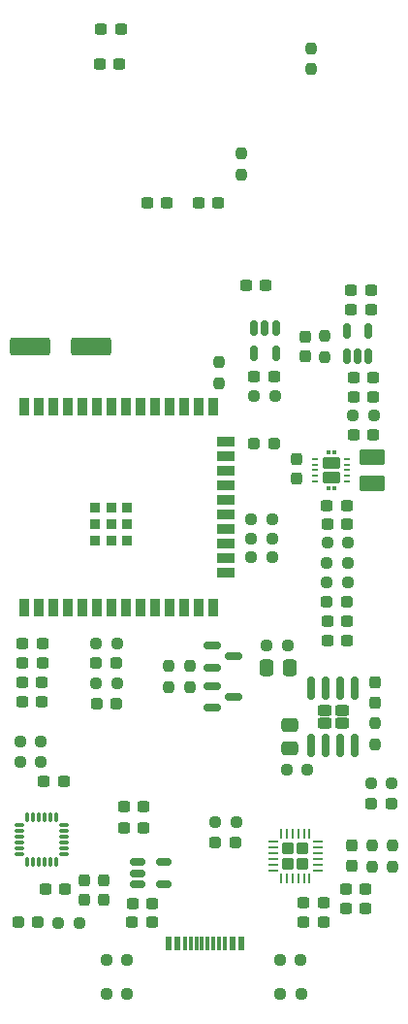
<source format=gtp>
G04 #@! TF.GenerationSoftware,KiCad,Pcbnew,7.0.2*
G04 #@! TF.CreationDate,2024-01-31T20:37:37-08:00*
G04 #@! TF.ProjectId,Lightsaber,4c696768-7473-4616-9265-722e6b696361,rev?*
G04 #@! TF.SameCoordinates,Original*
G04 #@! TF.FileFunction,Paste,Top*
G04 #@! TF.FilePolarity,Positive*
%FSLAX46Y46*%
G04 Gerber Fmt 4.6, Leading zero omitted, Abs format (unit mm)*
G04 Created by KiCad (PCBNEW 7.0.2) date 2024-01-31 20:37:37*
%MOMM*%
%LPD*%
G01*
G04 APERTURE LIST*
G04 Aperture macros list*
%AMRoundRect*
0 Rectangle with rounded corners*
0 $1 Rounding radius*
0 $2 $3 $4 $5 $6 $7 $8 $9 X,Y pos of 4 corners*
0 Add a 4 corners polygon primitive as box body*
4,1,4,$2,$3,$4,$5,$6,$7,$8,$9,$2,$3,0*
0 Add four circle primitives for the rounded corners*
1,1,$1+$1,$2,$3*
1,1,$1+$1,$4,$5*
1,1,$1+$1,$6,$7*
1,1,$1+$1,$8,$9*
0 Add four rect primitives between the rounded corners*
20,1,$1+$1,$2,$3,$4,$5,0*
20,1,$1+$1,$4,$5,$6,$7,0*
20,1,$1+$1,$6,$7,$8,$9,0*
20,1,$1+$1,$8,$9,$2,$3,0*%
G04 Aperture macros list end*
%ADD10RoundRect,0.150000X-0.150000X0.512500X-0.150000X-0.512500X0.150000X-0.512500X0.150000X0.512500X0*%
%ADD11RoundRect,0.237500X-0.237500X0.300000X-0.237500X-0.300000X0.237500X-0.300000X0.237500X0.300000X0*%
%ADD12RoundRect,0.237500X-0.300000X-0.237500X0.300000X-0.237500X0.300000X0.237500X-0.300000X0.237500X0*%
%ADD13RoundRect,0.237500X-0.250000X-0.237500X0.250000X-0.237500X0.250000X0.237500X-0.250000X0.237500X0*%
%ADD14RoundRect,0.250000X-0.337500X-0.475000X0.337500X-0.475000X0.337500X0.475000X-0.337500X0.475000X0*%
%ADD15RoundRect,0.237500X0.237500X-0.300000X0.237500X0.300000X-0.237500X0.300000X-0.237500X-0.300000X0*%
%ADD16RoundRect,0.237500X0.300000X0.237500X-0.300000X0.237500X-0.300000X-0.237500X0.300000X-0.237500X0*%
%ADD17RoundRect,0.250000X0.275000X-0.275000X0.275000X0.275000X-0.275000X0.275000X-0.275000X-0.275000X0*%
%ADD18RoundRect,0.062500X0.062500X-0.350000X0.062500X0.350000X-0.062500X0.350000X-0.062500X-0.350000X0*%
%ADD19RoundRect,0.062500X0.350000X-0.062500X0.350000X0.062500X-0.350000X0.062500X-0.350000X-0.062500X0*%
%ADD20RoundRect,0.250000X0.475000X-0.337500X0.475000X0.337500X-0.475000X0.337500X-0.475000X-0.337500X0*%
%ADD21RoundRect,0.237500X0.237500X-0.250000X0.237500X0.250000X-0.237500X0.250000X-0.237500X-0.250000X0*%
%ADD22RoundRect,0.237500X0.250000X0.237500X-0.250000X0.237500X-0.250000X-0.237500X0.250000X-0.237500X0*%
%ADD23RoundRect,0.150000X-0.587500X-0.150000X0.587500X-0.150000X0.587500X0.150000X-0.587500X0.150000X0*%
%ADD24RoundRect,0.237500X-0.237500X0.250000X-0.237500X-0.250000X0.237500X-0.250000X0.237500X0.250000X0*%
%ADD25RoundRect,0.237500X0.287500X0.237500X-0.287500X0.237500X-0.287500X-0.237500X0.287500X-0.237500X0*%
%ADD26R,0.609600X1.143000*%
%ADD27R,0.304800X1.143000*%
%ADD28RoundRect,0.237500X-0.287500X-0.237500X0.287500X-0.237500X0.287500X0.237500X-0.287500X0.237500X0*%
%ADD29RoundRect,0.150000X-0.512500X-0.150000X0.512500X-0.150000X0.512500X0.150000X-0.512500X0.150000X0*%
%ADD30RoundRect,0.025000X0.100000X0.145000X-0.100000X0.145000X-0.100000X-0.145000X0.100000X-0.145000X0*%
%ADD31RoundRect,0.106000X0.644000X0.424000X-0.644000X0.424000X-0.644000X-0.424000X0.644000X-0.424000X0*%
%ADD32R,0.600000X0.240000*%
%ADD33RoundRect,0.075000X-0.350000X-0.075000X0.350000X-0.075000X0.350000X0.075000X-0.350000X0.075000X0*%
%ADD34RoundRect,0.075000X0.075000X-0.350000X0.075000X0.350000X-0.075000X0.350000X-0.075000X-0.350000X0*%
%ADD35R,0.900000X1.500000*%
%ADD36R,1.500000X0.900000*%
%ADD37R,0.900000X0.900000*%
%ADD38RoundRect,0.237500X0.237500X-0.287500X0.237500X0.287500X-0.237500X0.287500X-0.237500X-0.287500X0*%
%ADD39RoundRect,0.150000X0.150000X-0.512500X0.150000X0.512500X-0.150000X0.512500X-0.150000X-0.512500X0*%
%ADD40RoundRect,0.250000X1.500000X0.550000X-1.500000X0.550000X-1.500000X-0.550000X1.500000X-0.550000X0*%
%ADD41RoundRect,0.237500X-0.237500X0.287500X-0.237500X-0.287500X0.237500X-0.287500X0.237500X0.287500X0*%
%ADD42RoundRect,0.250001X-0.849999X0.462499X-0.849999X-0.462499X0.849999X-0.462499X0.849999X0.462499X0*%
%ADD43RoundRect,0.240000X0.385000X-0.240000X0.385000X0.240000X-0.385000X0.240000X-0.385000X-0.240000X0*%
%ADD44RoundRect,0.150000X0.150000X-0.825000X0.150000X0.825000X-0.150000X0.825000X-0.150000X-0.825000X0*%
G04 APERTURE END LIST*
D10*
X23700000Y-149362500D03*
X22750000Y-149362500D03*
X21800000Y-149362500D03*
X21800000Y-151637500D03*
X23700000Y-151637500D03*
D11*
X32400000Y-180337500D03*
X32400000Y-182062500D03*
D12*
X8437500Y-123350000D03*
X10162500Y-123350000D03*
D13*
X28162500Y-169880000D03*
X29987500Y-169880000D03*
D14*
X22862500Y-179000000D03*
X24937500Y-179000000D03*
D13*
X24637500Y-187912500D03*
X26462500Y-187912500D03*
D15*
X7000000Y-199275000D03*
X7000000Y-197550000D03*
D13*
X21537500Y-167750000D03*
X23362500Y-167750000D03*
D12*
X30287500Y-146100000D03*
X32012500Y-146100000D03*
D16*
X29912500Y-166500000D03*
X28187500Y-166500000D03*
D17*
X24750000Y-196100000D03*
X26050000Y-196100000D03*
X24750000Y-194800000D03*
X26050000Y-194800000D03*
D18*
X24150000Y-197387500D03*
X24650000Y-197387500D03*
X25150000Y-197387500D03*
X25650000Y-197387500D03*
X26150000Y-197387500D03*
X26650000Y-197387500D03*
D19*
X27337500Y-196700000D03*
X27337500Y-196200000D03*
X27337500Y-195700000D03*
X27337500Y-195200000D03*
X27337500Y-194700000D03*
X27337500Y-194200000D03*
D18*
X26650000Y-193512500D03*
X26150000Y-193512500D03*
X25650000Y-193512500D03*
X25150000Y-193512500D03*
X24650000Y-193512500D03*
X24150000Y-193512500D03*
D19*
X23462500Y-194200000D03*
X23462500Y-194700000D03*
X23462500Y-195200000D03*
X23462500Y-195700000D03*
X23462500Y-196200000D03*
X23462500Y-196700000D03*
D20*
X24900000Y-186100000D03*
X24900000Y-184025000D03*
D12*
X30487500Y-158700000D03*
X32212500Y-158700000D03*
D16*
X12875000Y-201250000D03*
X11150000Y-201250000D03*
D12*
X16937500Y-138500000D03*
X18662500Y-138500000D03*
D21*
X32400000Y-185712500D03*
X32400000Y-183887500D03*
D16*
X29900000Y-164850000D03*
X28175000Y-164850000D03*
D12*
X29787500Y-198350000D03*
X31512500Y-198350000D03*
D22*
X10712500Y-207500000D03*
X8887500Y-207500000D03*
D16*
X5312500Y-198350000D03*
X3587500Y-198350000D03*
D12*
X29785000Y-200060000D03*
X31510000Y-200060000D03*
D23*
X18162500Y-180600000D03*
X18162500Y-182500000D03*
X20037500Y-181550000D03*
D12*
X1587500Y-178600000D03*
X3312500Y-178600000D03*
D24*
X33900000Y-194525000D03*
X33900000Y-196350000D03*
D21*
X20700000Y-136012500D03*
X20700000Y-134187500D03*
D25*
X33775000Y-190900000D03*
X32025000Y-190900000D03*
D26*
X14300000Y-203093800D03*
X15099999Y-203093800D03*
D27*
X16250000Y-203093800D03*
X17250000Y-203093800D03*
X17750000Y-203093800D03*
X18750000Y-203093800D03*
D26*
X19900001Y-203093800D03*
X20700000Y-203093800D03*
D27*
X19249999Y-203093800D03*
X18250001Y-203093800D03*
X16749999Y-203093800D03*
X15750001Y-203093800D03*
D12*
X30287500Y-147750000D03*
X32012500Y-147750000D03*
X30487500Y-153700000D03*
X32212500Y-153700000D03*
D28*
X1175000Y-201250000D03*
X2925000Y-201250000D03*
D29*
X11662500Y-196000000D03*
X11662500Y-196950000D03*
X11662500Y-197900000D03*
X13937500Y-197900000D03*
X13937500Y-196000000D03*
D30*
X28775000Y-163330000D03*
X28775000Y-160270000D03*
D31*
X28525000Y-162430000D03*
X28525000Y-161170000D03*
D30*
X28275000Y-163330000D03*
X28275000Y-160270000D03*
D32*
X29925000Y-162800000D03*
X29925000Y-162300000D03*
X29925000Y-161800000D03*
X29925000Y-161300000D03*
X29925000Y-160800000D03*
X27125000Y-160800000D03*
X27125000Y-161300000D03*
X27125000Y-161800000D03*
X27125000Y-162300000D03*
X27125000Y-162800000D03*
D25*
X29925000Y-173300000D03*
X28175000Y-173300000D03*
D33*
X1300000Y-192750000D03*
X1300000Y-193250000D03*
X1300000Y-193750000D03*
X1300000Y-194250000D03*
X1300000Y-194750000D03*
X1300000Y-195250000D03*
D34*
X2000000Y-195950000D03*
X2500000Y-195950000D03*
X3000000Y-195950000D03*
X3500000Y-195950000D03*
X4000000Y-195950000D03*
X4500000Y-195950000D03*
D33*
X5200000Y-195250000D03*
X5200000Y-194750000D03*
X5200000Y-194250000D03*
X5200000Y-193750000D03*
X5200000Y-193250000D03*
X5200000Y-192750000D03*
D34*
X4500000Y-192050000D03*
X4000000Y-192050000D03*
X3500000Y-192050000D03*
X3000000Y-192050000D03*
X2500000Y-192050000D03*
X2000000Y-192050000D03*
D22*
X10712500Y-204500000D03*
X8887500Y-204500000D03*
X29962500Y-171600000D03*
X28137500Y-171600000D03*
D13*
X7987500Y-176900000D03*
X9812500Y-176900000D03*
D12*
X10437500Y-193000000D03*
X12162500Y-193000000D03*
D35*
X1745000Y-173750000D03*
X3015000Y-173750000D03*
X4285000Y-173750000D03*
X5555000Y-173750000D03*
X6825000Y-173750000D03*
X8095000Y-173750000D03*
X9365000Y-173750000D03*
X10635000Y-173750000D03*
X11905000Y-173750000D03*
X13175000Y-173750000D03*
X14445000Y-173750000D03*
X15715000Y-173750000D03*
X16985000Y-173750000D03*
X18255000Y-173750000D03*
D36*
X19350000Y-170715000D03*
X19350000Y-169445000D03*
X19350000Y-168175000D03*
X19350000Y-166905000D03*
X19350000Y-165635000D03*
X19350000Y-164365000D03*
X19350000Y-163095000D03*
X19350000Y-161825000D03*
X19350000Y-160555000D03*
X19350000Y-159285000D03*
D35*
X18255000Y-156250000D03*
X16985000Y-156250000D03*
X15715000Y-156250000D03*
X14445000Y-156250000D03*
X13175000Y-156250000D03*
X11905000Y-156250000D03*
X10635000Y-156250000D03*
X9365000Y-156250000D03*
X8095000Y-156250000D03*
X6825000Y-156250000D03*
X5555000Y-156250000D03*
X4285000Y-156250000D03*
X3015000Y-156250000D03*
X1745000Y-156250000D03*
D37*
X7910000Y-167900000D03*
X9310000Y-167900000D03*
X10710000Y-167900000D03*
X7910000Y-166500000D03*
X9310000Y-166500000D03*
X10710000Y-166500000D03*
X7910000Y-165100000D03*
X9310000Y-165100000D03*
X10710000Y-165100000D03*
D15*
X8700000Y-199262500D03*
X8700000Y-197537500D03*
D22*
X23612500Y-155300000D03*
X21787500Y-155300000D03*
D12*
X12437500Y-138500000D03*
X14162500Y-138500000D03*
X26137500Y-199500000D03*
X27862500Y-199500000D03*
D22*
X6512500Y-201300000D03*
X4687500Y-201300000D03*
X3175000Y-187250000D03*
X1350000Y-187250000D03*
X30012500Y-168150000D03*
X28187500Y-168150000D03*
D12*
X26137500Y-201200000D03*
X27862500Y-201200000D03*
D21*
X14300000Y-180712500D03*
X14300000Y-178887500D03*
D38*
X26250000Y-151875000D03*
X26250000Y-150125000D03*
D22*
X25862500Y-204550000D03*
X24037500Y-204550000D03*
D21*
X28000000Y-151912500D03*
X28000000Y-150087500D03*
D39*
X29900000Y-151887500D03*
X30850000Y-151887500D03*
X31800000Y-151887500D03*
X31800000Y-149612500D03*
X29900000Y-149612500D03*
D16*
X12912500Y-199600000D03*
X11187500Y-199600000D03*
D12*
X30487500Y-155400000D03*
X32212500Y-155400000D03*
D28*
X8037500Y-182150000D03*
X9787500Y-182150000D03*
D25*
X20187500Y-194250000D03*
X18437500Y-194250000D03*
D13*
X7987500Y-180400000D03*
X9812500Y-180400000D03*
D12*
X28187500Y-176700000D03*
X29912500Y-176700000D03*
D13*
X21537500Y-169400000D03*
X23362500Y-169400000D03*
D12*
X8325000Y-126360000D03*
X10050000Y-126360000D03*
X1537500Y-182000000D03*
X3262500Y-182000000D03*
D11*
X25550000Y-160787500D03*
X25550000Y-162512500D03*
D28*
X8012500Y-178640000D03*
X9762500Y-178640000D03*
D12*
X1537500Y-180300000D03*
X3262500Y-180300000D03*
D40*
X7600000Y-151000000D03*
X2200000Y-151000000D03*
D12*
X10437500Y-191150000D03*
X12162500Y-191150000D03*
D13*
X24075000Y-207500000D03*
X25900000Y-207500000D03*
D23*
X18162500Y-177100000D03*
X18162500Y-179000000D03*
X20037500Y-178050000D03*
D13*
X30437500Y-157050000D03*
X32262500Y-157050000D03*
D24*
X32100000Y-194525000D03*
X32100000Y-196350000D03*
D22*
X33812500Y-189100000D03*
X31987500Y-189100000D03*
D41*
X30300000Y-194562500D03*
X30300000Y-196312500D03*
D12*
X28187500Y-175000000D03*
X29912500Y-175000000D03*
D21*
X26750000Y-126812500D03*
X26750000Y-124987500D03*
D24*
X16200000Y-178887500D03*
X16200000Y-180712500D03*
D22*
X3175000Y-185500000D03*
X1350000Y-185500000D03*
D12*
X21075000Y-145650000D03*
X22800000Y-145650000D03*
X21825000Y-153600000D03*
X23550000Y-153600000D03*
D25*
X23575000Y-159500000D03*
X21825000Y-159500000D03*
D16*
X5150000Y-188950000D03*
X3425000Y-188950000D03*
D22*
X24712500Y-177050000D03*
X22887500Y-177050000D03*
D24*
X18700000Y-152387500D03*
X18700000Y-154212500D03*
D42*
X32150000Y-160637500D03*
X32150000Y-162962500D03*
D22*
X23362500Y-166100000D03*
X21537500Y-166100000D03*
X20262500Y-192500000D03*
X18437500Y-192500000D03*
D12*
X1587500Y-176900000D03*
X3312500Y-176900000D03*
D43*
X27950000Y-183870000D03*
X29450000Y-183870000D03*
X27950000Y-182730000D03*
X29450000Y-182730000D03*
D44*
X26795000Y-185775000D03*
X28065000Y-185775000D03*
X29335000Y-185775000D03*
X30605000Y-185775000D03*
X30605000Y-180825000D03*
X29335000Y-180825000D03*
X28065000Y-180825000D03*
X26795000Y-180825000D03*
M02*

</source>
